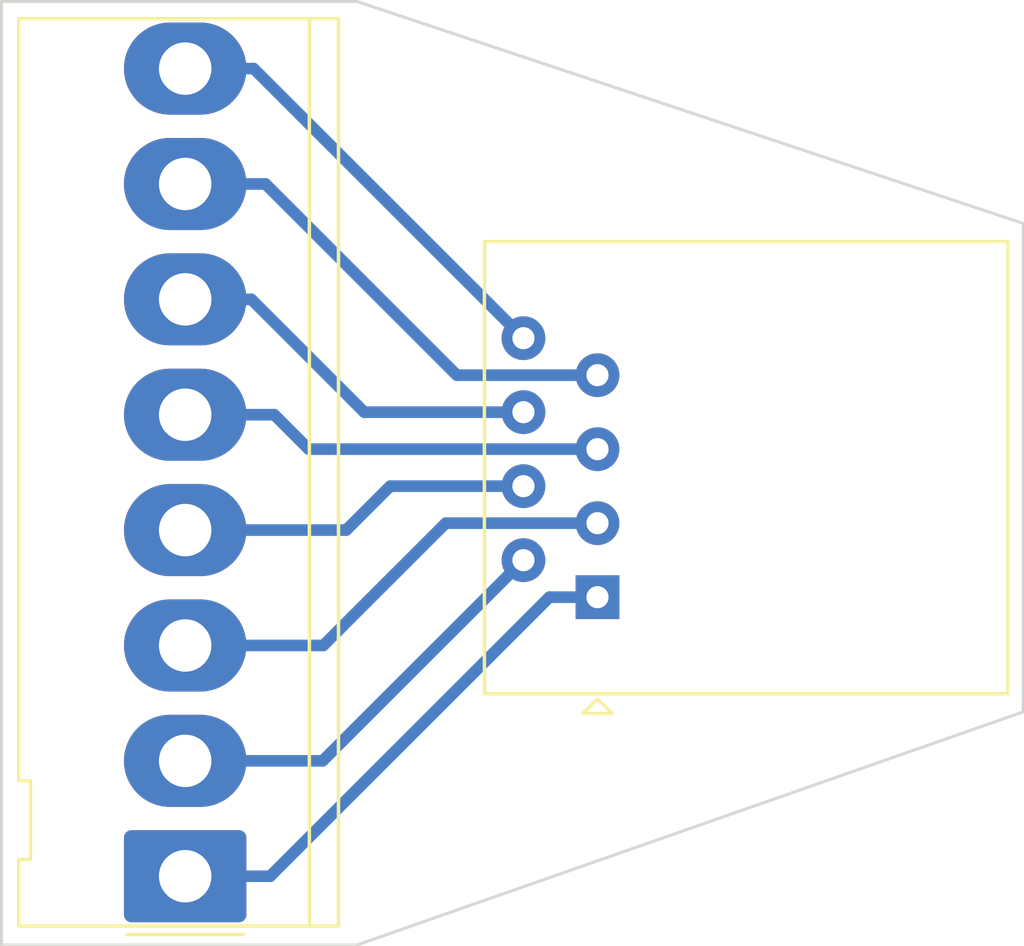
<source format=kicad_pcb>
(kicad_pcb (version 20221018) (generator pcbnew)
  (layers (0 "F.Cu" signal) (31 "B.Cu" signal) (34 "B.Paste" user) (35 "F.Paste" user) (36 "B.SilkS" user "B.Silkscreen") (37 "F.SilkS" user "F.Silkscreen") (38 "B.Mask" user) (39 "F.Mask" user) (44 "Edge.Cuts" user))
  (net 0 "")
  (net 1 "Net-(J2-Pin_1)")
  (net 2 "Net-(J2-Pin_2)")
  (net 3 "Net-(J2-Pin_3)")
  (net 4 "Net-(J2-Pin_4)")
  (net 5 "Net-(J2-Pin_5)")
  (net 6 "Net-(J2-Pin_6)")
  (net 7 "Net-(J2-Pin_7)")
  (net 8 "Net-(J2-Pin_8)")
  (footprint "Connector_Molex:Molex_KK-396_5273-08A_1x08_P3.96mm_Vertical" (layer "F.Cu") (at 98.123 109.1455 90)
    (fp_text reference "J2" hide)
    (fp_text value "Conn_01x08")
    (fp_line (start -2 -2) (end -2 2) (stroke (width 0.12)) (layer "F.SilkS"))
    (fp_line (start -1.71 -5.71) (end 0.57 -5.71) (stroke (width 0.12)) (layer "F.SilkS"))
    (fp_line (start -1.71 4.26) (end -1.71 -5.71) (stroke (width 0.12)) (layer "F.SilkS"))
    (fp_line (start -1.71 4.26) (end 29.43 4.26) (stroke (width 0.12)) (layer "F.SilkS"))
    (fp_line (start -1.71 5.26) (end -1.71 4.26) (stroke (width 0.12)) (layer "F.SilkS"))
    (fp_line (start 0.57 -5.71) (end 0.57 -5.31) (stroke (width 0.12)) (layer "F.SilkS"))
    (fp_line (start 0.57 -5.31) (end 3.27 -5.31) (stroke (width 0.12)) (layer "F.SilkS"))
    (fp_line (start 3.27 -5.71) (end 29.43 -5.71) (stroke (width 0.12)) (layer "F.SilkS"))
    (fp_line (start 3.27 -5.31) (end 3.27 -5.71) (stroke (width 0.12)) (layer "F.SilkS"))
    (fp_line (start 29.43 -5.71) (end 29.43 5.26) (stroke (width 0.12)) (layer "F.SilkS"))
    (fp_line (start 29.43 5.26) (end -1.71 5.26) (stroke (width 0.12)) (layer "F.SilkS"))
    (pad "1" thru_hole roundrect (at 0 0 90) (size 3.16 4.2) (drill 1.8) (layers "*.Cu" "*.Mask") (roundrect_rratio 0.079114) (net 1 "Net-(J2-Pin_1)"))
    (pad "2" thru_hole oval (at 3.96 0 90) (size 3.16 4.2) (drill 1.8) (layers "*.Cu" "*.Mask") (net 2 "Net-(J2-Pin_2)"))
    (pad "3" thru_hole oval (at 7.92 0 90) (size 3.16 4.2) (drill 1.8) (layers "*.Cu" "*.Mask") (net 3 "Net-(J2-Pin_3)"))
    (pad "4" thru_hole oval (at 11.88 0 90) (size 3.16 4.2) (drill 1.8) (layers "*.Cu" "*.Mask") (net 4 "Net-(J2-Pin_4)"))
    (pad "5" thru_hole oval (at 15.84 0 90) (size 3.16 4.2) (drill 1.8) (layers "*.Cu" "*.Mask") (net 5 "Net-(J2-Pin_5)"))
    (pad "6" thru_hole oval (at 19.8 0 90) (size 3.16 4.2) (drill 1.8) (layers "*.Cu" "*.Mask") (net 6 "Net-(J2-Pin_6)"))
    (pad "7" thru_hole oval (at 23.76 0 90) (size 3.16 4.2) (drill 1.8) (layers "*.Cu" "*.Mask") (net 7 "Net-(J2-Pin_7)"))
    (pad "8" thru_hole oval (at 27.72 0 90) (size 3.16 4.2) (drill 1.8) (layers "*.Cu" "*.Mask") (net 8 "Net-(J2-Pin_8)"))
  )
  (footprint "Connector_RJ:RJ45_Amphenol_54602-x08_Horizontal" (layer "F.Cu") (at 112.268 99.568 90)
    (fp_text reference "J1" hide)
    (fp_text value "RJ45")
    (fp_line (start -4 -0.5) (end -4 0.5) (stroke (width 0.12)) (layer "F.SilkS"))
    (fp_line (start -4 0.5) (end -3.5 0) (stroke (width 0.12)) (layer "F.SilkS"))
    (fp_line (start -3.5 0) (end -4 -0.5) (stroke (width 0.12)) (layer "F.SilkS"))
    (fp_line (start -3.315 -3.88) (end -3.315 14.08) (stroke (width 0.12)) (layer "F.SilkS"))
    (fp_line (start -3.315 14.08) (end 12.205 14.08) (stroke (width 0.12)) (layer "F.SilkS"))
    (fp_line (start 12.205 -3.88) (end -3.315 -3.88) (stroke (width 0.12)) (layer "F.SilkS"))
    (fp_line (start 12.205 -3.88) (end 12.205 14.08) (stroke (width 0.12)) (layer "F.SilkS"))
    (pad "" np_thru_hole circle (at -1.27 6.35 90) (size 3.2 3.2) (drill 3.2) (layers "*.Cu" "*.Mask"))
    (pad "" np_thru_hole circle (at 10.16 6.35 90) (size 3.2 3.2) (drill 3.2) (layers "*.Cu" "*.Mask"))
    (pad "1" thru_hole rect (at 0 0 90) (size 1.5 1.5) (drill 0.76) (layers "*.Cu" "*.Mask") (net 1 "Net-(J2-Pin_1)"))
    (pad "2" thru_hole circle (at 1.27 -2.54 90) (size 1.5 1.5) (drill 0.76) (layers "*.Cu" "*.Mask") (net 2 "Net-(J2-Pin_2)"))
    (pad "3" thru_hole circle (at 2.54 0 90) (size 1.5 1.5) (drill 0.76) (layers "*.Cu" "*.Mask") (net 3 "Net-(J2-Pin_3)"))
    (pad "4" thru_hole circle (at 3.81 -2.54 90) (size 1.5 1.5) (drill 0.76) (layers "*.Cu" "*.Mask") (net 4 "Net-(J2-Pin_4)"))
    (pad "5" thru_hole circle (at 5.08 0 90) (size 1.5 1.5) (drill 0.76) (layers "*.Cu" "*.Mask") (net 5 "Net-(J2-Pin_5)"))
    (pad "6" thru_hole circle (at 6.35 -2.54 90) (size 1.5 1.5) (drill 0.76) (layers "*.Cu" "*.Mask") (net 6 "Net-(J2-Pin_6)"))
    (pad "7" thru_hole circle (at 7.62 0 90) (size 1.5 1.5) (drill 0.76) (layers "*.Cu" "*.Mask") (net 7 "Net-(J2-Pin_7)"))
    (pad "8" thru_hole circle (at 8.89 -2.54 90) (size 1.5 1.5) (drill 0.76) (layers "*.Cu" "*.Mask") (net 8 "Net-(J2-Pin_8)"))
  )
  (gr_line (start 104.013 111.506) (end 91.821 111.506) (stroke (width 0.1)) (layer "Edge.Cuts"))
  (gr_line (start 91.821 79.121) (end 104.013 79.121) (stroke (width 0.1)) (layer "Edge.Cuts"))
  (gr_line (start 91.821 111.506) (end 91.821 79.121) (stroke (width 0.1)) (layer "Edge.Cuts"))
  (gr_line (start 126.873 103.505) (end 104.013 111.506) (stroke (width 0.1)) (layer "Edge.Cuts"))
  (gr_line (start 104.013 79.121) (end 126.873 86.741) (stroke (width 0.1)) (layer "Edge.Cuts"))
  (gr_line (start 126.873 86.741) (end 126.873 103.505) (stroke (width 0.1)) (layer "Edge.Cuts"))
  (segment (start 110.617 99.568) (end 112.268 99.568) (width 0.4) (layer "B.Cu") (net 1))
  (segment (start 98.123 109.1455) (end 101.0395 109.1455) (width 0.4) (layer "B.Cu") (net 1))
  (segment (start 101.0395 109.1455) (end 110.617 99.568) (width 0.4) (layer "B.Cu") (net 1))
  (segment (start 102.8405 105.1855) (end 98.123 105.1855) (width 0.4) (layer "B.Cu") (net 2))
  (segment (start 109.728 98.298) (end 102.8405 105.1855) (width 0.4) (layer "B.Cu") (net 2))
  (segment (start 107.061 97.028) (end 102.8635 101.2255) (width 0.4) (layer "B.Cu") (net 3))
  (segment (start 102.8635 101.2255) (end 98.123 101.2255) (width 0.4) (layer "B.Cu") (net 3))
  (segment (start 112.268 97.028) (end 107.061 97.028) (width 0.4) (layer "B.Cu") (net 3))
  (segment (start 103.6485 97.2655) (end 98.123 97.2655) (width 0.4) (layer "B.Cu") (net 4))
  (segment (start 109.728 95.758) (end 105.156 95.758) (width 0.4) (layer "B.Cu") (net 4))
  (segment (start 105.156 95.758) (end 103.6485 97.2655) (width 0.4) (layer "B.Cu") (net 4))
  (segment (start 102.362 94.488) (end 101.1795 93.3055) (width 0.4) (layer "B.Cu") (net 5))
  (segment (start 112.268 94.488) (end 102.362 94.488) (width 0.4) (layer "B.Cu") (net 5))
  (segment (start 101.1795 93.3055) (end 98.123 93.3055) (width 0.4) (layer "B.Cu") (net 5))
  (segment (start 104.267 93.218) (end 100.3945 89.3455) (width 0.4) (layer "B.Cu") (net 6))
  (segment (start 100.3945 89.3455) (end 98.123 89.3455) (width 0.4) (layer "B.Cu") (net 6))
  (segment (start 109.728 93.218) (end 104.267 93.218) (width 0.4) (layer "B.Cu") (net 6))
  (segment (start 112.268 91.948) (end 107.442 91.948) (width 0.4) (layer "B.Cu") (net 7))
  (segment (start 100.8795 85.3855) (end 98.123 85.3855) (width 0.4) (layer "B.Cu") (net 7))
  (segment (start 107.442 91.948) (end 100.8795 85.3855) (width 0.4) (layer "B.Cu") (net 7))
  (segment (start 100.4755 81.4255) (end 98.123 81.4255) (width 0.4) (layer "B.Cu") (net 8))
  (segment (start 109.728 90.678) (end 100.4755 81.4255) (width 0.4) (layer "B.Cu") (net 8))
)
</source>
